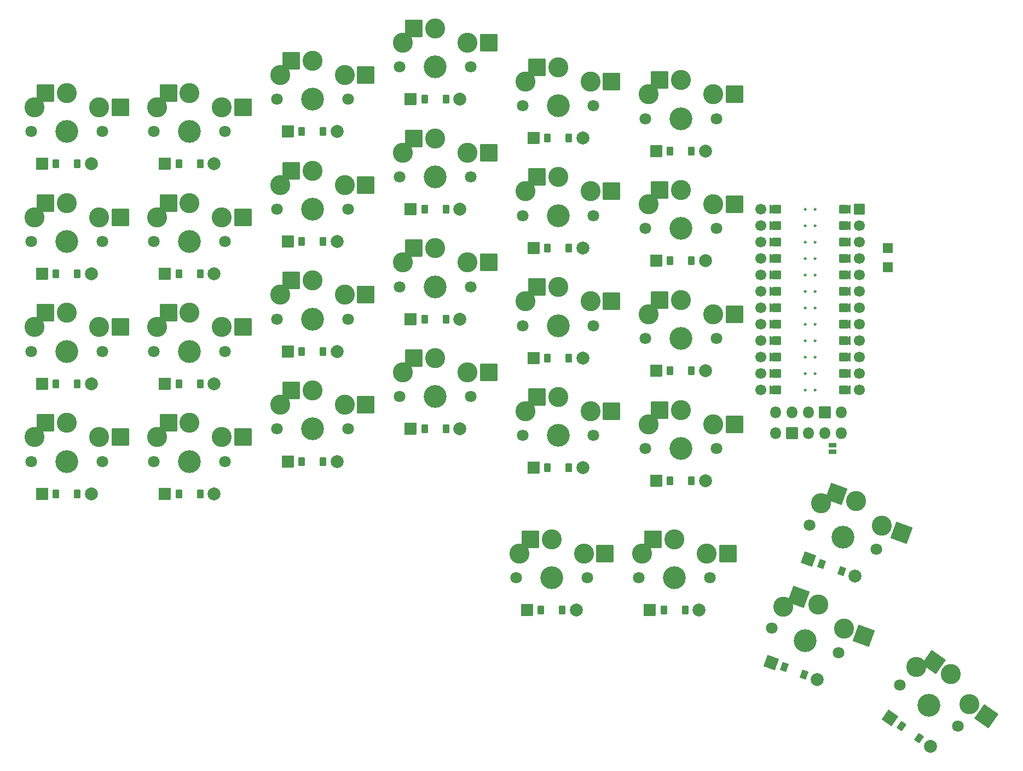
<source format=gbr>
%TF.GenerationSoftware,KiCad,Pcbnew,(6.0.9-0)*%
%TF.CreationDate,2023-01-10T21:03:57-06:00*%
%TF.ProjectId,board,626f6172-642e-46b6-9963-61645f706362,v1.0.0*%
%TF.SameCoordinates,Original*%
%TF.FileFunction,Soldermask,Bot*%
%TF.FilePolarity,Negative*%
%FSLAX46Y46*%
G04 Gerber Fmt 4.6, Leading zero omitted, Abs format (unit mm)*
G04 Created by KiCad (PCBNEW (6.0.9-0)) date 2023-01-10 21:03:57*
%MOMM*%
%LPD*%
G01*
G04 APERTURE LIST*
G04 Aperture macros list*
%AMRoundRect*
0 Rectangle with rounded corners*
0 $1 Rounding radius*
0 $2 $3 $4 $5 $6 $7 $8 $9 X,Y pos of 4 corners*
0 Add a 4 corners polygon primitive as box body*
4,1,4,$2,$3,$4,$5,$6,$7,$8,$9,$2,$3,0*
0 Add four circle primitives for the rounded corners*
1,1,$1+$1,$2,$3*
1,1,$1+$1,$4,$5*
1,1,$1+$1,$6,$7*
1,1,$1+$1,$8,$9*
0 Add four rect primitives between the rounded corners*
20,1,$1+$1,$2,$3,$4,$5,0*
20,1,$1+$1,$4,$5,$6,$7,0*
20,1,$1+$1,$6,$7,$8,$9,0*
20,1,$1+$1,$8,$9,$2,$3,0*%
%AMFreePoly0*
4,1,16,0.635355,1.035355,0.650000,1.000000,0.650000,-0.250000,0.635355,-0.285355,0.600000,-0.300000,-0.600000,-0.300000,-0.635355,-0.285355,-0.650000,-0.250000,-0.650000,1.000000,-0.635355,1.035355,-0.600000,1.050000,-0.564645,1.035355,0.000000,0.470710,0.564645,1.035355,0.600000,1.050000,0.635355,1.035355,0.635355,1.035355,$1*%
%AMFreePoly1*
4,1,14,0.635355,0.435355,0.650000,0.400000,0.650000,0.200000,0.635355,0.164645,0.035355,-0.435355,0.000000,-0.450000,-0.035355,-0.435355,-0.635355,0.164645,-0.650000,0.200000,-0.650000,0.400000,-0.635355,0.435355,-0.600000,0.450000,0.600000,0.450000,0.635355,0.435355,0.635355,0.435355,$1*%
G04 Aperture macros list end*
%ADD10C,0.250000*%
%ADD11C,0.100000*%
%ADD12C,3.529000*%
%ADD13C,1.801800*%
%ADD14C,3.100000*%
%ADD15RoundRect,0.050000X-1.300000X-1.300000X1.300000X-1.300000X1.300000X1.300000X-1.300000X1.300000X0*%
%ADD16RoundRect,0.050000X-1.666227X-0.776974X0.776974X-1.666227X1.666227X0.776974X-0.776974X1.666227X0*%
%ADD17RoundRect,0.050000X-1.810547X-0.319248X0.319248X-1.810547X1.810547X0.319248X-0.319248X1.810547X0*%
%ADD18RoundRect,0.050000X-0.450000X-0.600000X0.450000X-0.600000X0.450000X0.600000X-0.450000X0.600000X0*%
%ADD19RoundRect,0.050000X-0.889000X-0.889000X0.889000X-0.889000X0.889000X0.889000X-0.889000X0.889000X0*%
%ADD20C,2.005000*%
%ADD21RoundRect,0.050000X-0.628074X-0.409907X0.217650X-0.717725X0.628074X0.409907X-0.217650X0.717725X0*%
%ADD22RoundRect,0.050000X-1.139443X-0.531331X0.531331X-1.139443X1.139443X0.531331X-0.531331X1.139443X0*%
%ADD23RoundRect,0.050000X-0.712764X-0.233382X0.024473X-0.749601X0.712764X0.233382X-0.024473X0.749601X0*%
%ADD24RoundRect,0.050000X-1.238136X-0.218317X0.218317X-1.238136X1.238136X0.218317X-0.218317X1.238136X0*%
%ADD25C,1.700000*%
%ADD26RoundRect,0.050000X-0.800000X0.800000X-0.800000X-0.800000X0.800000X-0.800000X0.800000X0.800000X0*%
%ADD27FreePoly0,90.000000*%
%ADD28FreePoly1,90.000000*%
%ADD29FreePoly1,270.000000*%
%ADD30FreePoly0,270.000000*%
%ADD31O,1.800000X1.800000*%
%ADD32RoundRect,0.050000X-0.850000X-0.850000X0.850000X-0.850000X0.850000X0.850000X-0.850000X0.850000X0*%
%ADD33RoundRect,0.050000X0.850000X0.850000X-0.850000X0.850000X-0.850000X-0.850000X0.850000X-0.850000X0*%
%ADD34RoundRect,0.050000X-0.750000X-0.750000X0.750000X-0.750000X0.750000X0.750000X-0.750000X0.750000X0*%
%ADD35RoundRect,0.050000X-0.571500X0.317500X-0.571500X-0.317500X0.571500X-0.317500X0.571500X0.317500X0*%
G04 APERTURE END LIST*
D10*
%TO.C,MCU1*%
X139128000Y-72020001D02*
G75*
G03*
X139128000Y-72020001I-125000J0D01*
G01*
X140652000Y-72020001D02*
G75*
G03*
X140652000Y-72020001I-125000J0D01*
G01*
X139128000Y-69480001D02*
G75*
G03*
X139128000Y-69480001I-125000J0D01*
G01*
X140652000Y-69480001D02*
G75*
G03*
X140652000Y-69480001I-125000J0D01*
G01*
X139128000Y-66940001D02*
G75*
G03*
X139128000Y-66940001I-125000J0D01*
G01*
X140652000Y-66940001D02*
G75*
G03*
X140652000Y-66940001I-125000J0D01*
G01*
X139128000Y-64400001D02*
G75*
G03*
X139128000Y-64400001I-125000J0D01*
G01*
X140652000Y-64400001D02*
G75*
G03*
X140652000Y-64400001I-125000J0D01*
G01*
X139128000Y-61860001D02*
G75*
G03*
X139128000Y-61860001I-125000J0D01*
G01*
X140652000Y-61860001D02*
G75*
G03*
X140652000Y-61860001I-125000J0D01*
G01*
X139128000Y-59320001D02*
G75*
G03*
X139128000Y-59320001I-125000J0D01*
G01*
X140652000Y-59320001D02*
G75*
G03*
X140652000Y-59320001I-125000J0D01*
G01*
X139128000Y-56780001D02*
G75*
G03*
X139128000Y-56780001I-125000J0D01*
G01*
X140652000Y-56780001D02*
G75*
G03*
X140652000Y-56780001I-125000J0D01*
G01*
X139128000Y-54240001D02*
G75*
G03*
X139128000Y-54240001I-125000J0D01*
G01*
X140652000Y-54240001D02*
G75*
G03*
X140652000Y-54240001I-125000J0D01*
G01*
X139128000Y-51700001D02*
G75*
G03*
X139128000Y-51700001I-125000J0D01*
G01*
X140652000Y-51700001D02*
G75*
G03*
X140652000Y-51700001I-125000J0D01*
G01*
X139128000Y-49160001D02*
G75*
G03*
X139128000Y-49160001I-125000J0D01*
G01*
X140652000Y-49160001D02*
G75*
G03*
X140652000Y-49160001I-125000J0D01*
G01*
X140652000Y-46620001D02*
G75*
G03*
X140652000Y-46620001I-125000J0D01*
G01*
X139128000Y-46620001D02*
G75*
G03*
X139128000Y-46620001I-125000J0D01*
G01*
X139128000Y-44080001D02*
G75*
G03*
X139128000Y-44080001I-125000J0D01*
G01*
X140652000Y-44080001D02*
G75*
G03*
X140652000Y-44080001I-125000J0D01*
G01*
G36*
X145861000Y-72528001D02*
G01*
X144845000Y-72528001D01*
X144845000Y-71512001D01*
X145861000Y-71512001D01*
X145861000Y-72528001D01*
G37*
D11*
X145861000Y-72528001D02*
X144845000Y-72528001D01*
X144845000Y-71512001D01*
X145861000Y-71512001D01*
X145861000Y-72528001D01*
G36*
X145861000Y-69988001D02*
G01*
X144845000Y-69988001D01*
X144845000Y-68972001D01*
X145861000Y-68972001D01*
X145861000Y-69988001D01*
G37*
X145861000Y-69988001D02*
X144845000Y-69988001D01*
X144845000Y-68972001D01*
X145861000Y-68972001D01*
X145861000Y-69988001D01*
G36*
X145861000Y-67448001D02*
G01*
X144845000Y-67448001D01*
X144845000Y-66432001D01*
X145861000Y-66432001D01*
X145861000Y-67448001D01*
G37*
X145861000Y-67448001D02*
X144845000Y-67448001D01*
X144845000Y-66432001D01*
X145861000Y-66432001D01*
X145861000Y-67448001D01*
G36*
X145861000Y-64908001D02*
G01*
X144845000Y-64908001D01*
X144845000Y-63892001D01*
X145861000Y-63892001D01*
X145861000Y-64908001D01*
G37*
X145861000Y-64908001D02*
X144845000Y-64908001D01*
X144845000Y-63892001D01*
X145861000Y-63892001D01*
X145861000Y-64908001D01*
G36*
X145861000Y-62368001D02*
G01*
X144845000Y-62368001D01*
X144845000Y-61352001D01*
X145861000Y-61352001D01*
X145861000Y-62368001D01*
G37*
X145861000Y-62368001D02*
X144845000Y-62368001D01*
X144845000Y-61352001D01*
X145861000Y-61352001D01*
X145861000Y-62368001D01*
G36*
X145861000Y-59828001D02*
G01*
X144845000Y-59828001D01*
X144845000Y-58812001D01*
X145861000Y-58812001D01*
X145861000Y-59828001D01*
G37*
X145861000Y-59828001D02*
X144845000Y-59828001D01*
X144845000Y-58812001D01*
X145861000Y-58812001D01*
X145861000Y-59828001D01*
G36*
X145861000Y-57288001D02*
G01*
X144845000Y-57288001D01*
X144845000Y-56272001D01*
X145861000Y-56272001D01*
X145861000Y-57288001D01*
G37*
X145861000Y-57288001D02*
X144845000Y-57288001D01*
X144845000Y-56272001D01*
X145861000Y-56272001D01*
X145861000Y-57288001D01*
G36*
X145861000Y-54748001D02*
G01*
X144845000Y-54748001D01*
X144845000Y-53732001D01*
X145861000Y-53732001D01*
X145861000Y-54748001D01*
G37*
X145861000Y-54748001D02*
X144845000Y-54748001D01*
X144845000Y-53732001D01*
X145861000Y-53732001D01*
X145861000Y-54748001D01*
G36*
X145861000Y-52208001D02*
G01*
X144845000Y-52208001D01*
X144845000Y-51192001D01*
X145861000Y-51192001D01*
X145861000Y-52208001D01*
G37*
X145861000Y-52208001D02*
X144845000Y-52208001D01*
X144845000Y-51192001D01*
X145861000Y-51192001D01*
X145861000Y-52208001D01*
G36*
X145861000Y-49668001D02*
G01*
X144845000Y-49668001D01*
X144845000Y-48652001D01*
X145861000Y-48652001D01*
X145861000Y-49668001D01*
G37*
X145861000Y-49668001D02*
X144845000Y-49668001D01*
X144845000Y-48652001D01*
X145861000Y-48652001D01*
X145861000Y-49668001D01*
G36*
X145861000Y-47128001D02*
G01*
X144845000Y-47128001D01*
X144845000Y-46112001D01*
X145861000Y-46112001D01*
X145861000Y-47128001D01*
G37*
X145861000Y-47128001D02*
X144845000Y-47128001D01*
X144845000Y-46112001D01*
X145861000Y-46112001D01*
X145861000Y-47128001D01*
G36*
X145861000Y-44588001D02*
G01*
X144845000Y-44588001D01*
X144845000Y-43572001D01*
X145861000Y-43572001D01*
X145861000Y-44588001D01*
G37*
X145861000Y-44588001D02*
X144845000Y-44588001D01*
X144845000Y-43572001D01*
X145861000Y-43572001D01*
X145861000Y-44588001D01*
G36*
X134685000Y-72528001D02*
G01*
X133669000Y-72528001D01*
X133669000Y-71512001D01*
X134685000Y-71512001D01*
X134685000Y-72528001D01*
G37*
X134685000Y-72528001D02*
X133669000Y-72528001D01*
X133669000Y-71512001D01*
X134685000Y-71512001D01*
X134685000Y-72528001D01*
G36*
X134685000Y-69988001D02*
G01*
X133669000Y-69988001D01*
X133669000Y-68972001D01*
X134685000Y-68972001D01*
X134685000Y-69988001D01*
G37*
X134685000Y-69988001D02*
X133669000Y-69988001D01*
X133669000Y-68972001D01*
X134685000Y-68972001D01*
X134685000Y-69988001D01*
G36*
X134685000Y-67448001D02*
G01*
X133669000Y-67448001D01*
X133669000Y-66432001D01*
X134685000Y-66432001D01*
X134685000Y-67448001D01*
G37*
X134685000Y-67448001D02*
X133669000Y-67448001D01*
X133669000Y-66432001D01*
X134685000Y-66432001D01*
X134685000Y-67448001D01*
G36*
X134685000Y-64908001D02*
G01*
X133669000Y-64908001D01*
X133669000Y-63892001D01*
X134685000Y-63892001D01*
X134685000Y-64908001D01*
G37*
X134685000Y-64908001D02*
X133669000Y-64908001D01*
X133669000Y-63892001D01*
X134685000Y-63892001D01*
X134685000Y-64908001D01*
G36*
X134685000Y-62368001D02*
G01*
X133669000Y-62368001D01*
X133669000Y-61352001D01*
X134685000Y-61352001D01*
X134685000Y-62368001D01*
G37*
X134685000Y-62368001D02*
X133669000Y-62368001D01*
X133669000Y-61352001D01*
X134685000Y-61352001D01*
X134685000Y-62368001D01*
G36*
X134685000Y-59828001D02*
G01*
X133669000Y-59828001D01*
X133669000Y-58812001D01*
X134685000Y-58812001D01*
X134685000Y-59828001D01*
G37*
X134685000Y-59828001D02*
X133669000Y-59828001D01*
X133669000Y-58812001D01*
X134685000Y-58812001D01*
X134685000Y-59828001D01*
G36*
X134685000Y-57288001D02*
G01*
X133669000Y-57288001D01*
X133669000Y-56272001D01*
X134685000Y-56272001D01*
X134685000Y-57288001D01*
G37*
X134685000Y-57288001D02*
X133669000Y-57288001D01*
X133669000Y-56272001D01*
X134685000Y-56272001D01*
X134685000Y-57288001D01*
G36*
X134685000Y-54748001D02*
G01*
X133669000Y-54748001D01*
X133669000Y-53732001D01*
X134685000Y-53732001D01*
X134685000Y-54748001D01*
G37*
X134685000Y-54748001D02*
X133669000Y-54748001D01*
X133669000Y-53732001D01*
X134685000Y-53732001D01*
X134685000Y-54748001D01*
G36*
X134685000Y-52208001D02*
G01*
X133669000Y-52208001D01*
X133669000Y-51192001D01*
X134685000Y-51192001D01*
X134685000Y-52208001D01*
G37*
X134685000Y-52208001D02*
X133669000Y-52208001D01*
X133669000Y-51192001D01*
X134685000Y-51192001D01*
X134685000Y-52208001D01*
G36*
X134685000Y-49668001D02*
G01*
X133669000Y-49668001D01*
X133669000Y-48652001D01*
X134685000Y-48652001D01*
X134685000Y-49668001D01*
G37*
X134685000Y-49668001D02*
X133669000Y-49668001D01*
X133669000Y-48652001D01*
X134685000Y-48652001D01*
X134685000Y-49668001D01*
G36*
X134685000Y-47128001D02*
G01*
X133669000Y-47128001D01*
X133669000Y-46112001D01*
X134685000Y-46112001D01*
X134685000Y-47128001D01*
G37*
X134685000Y-47128001D02*
X133669000Y-47128001D01*
X133669000Y-46112001D01*
X134685000Y-46112001D01*
X134685000Y-47128001D01*
G36*
X134685000Y-44588001D02*
G01*
X133669000Y-44588001D01*
X133669000Y-43572001D01*
X134685000Y-43572001D01*
X134685000Y-44588001D01*
G37*
X134685000Y-44588001D02*
X133669000Y-44588001D01*
X133669000Y-43572001D01*
X134685000Y-43572001D01*
X134685000Y-44588001D01*
%TD*%
D12*
%TO.C,S1*%
X24765001Y-83050001D03*
D13*
X30265001Y-83050001D03*
X19265001Y-83050001D03*
D14*
X29765001Y-79300001D03*
X24765001Y-77100001D03*
D15*
X21490001Y-77100001D03*
X33040001Y-79300001D03*
D14*
X19765001Y-79300001D03*
X24765001Y-77100001D03*
%TD*%
D12*
%TO.C,S2*%
X24765001Y-66050001D03*
D13*
X30265001Y-66050001D03*
X19265001Y-66050001D03*
D14*
X29765001Y-62300001D03*
X24765001Y-60100001D03*
D15*
X21490001Y-60100001D03*
X33040001Y-62300001D03*
D14*
X19765001Y-62300001D03*
X24765001Y-60100001D03*
%TD*%
D12*
%TO.C,S3*%
X24765000Y-49050001D03*
D13*
X30265000Y-49050001D03*
X19265000Y-49050001D03*
D14*
X29765000Y-45300001D03*
X24765000Y-43100001D03*
D15*
X21490000Y-43100001D03*
X33040000Y-45300001D03*
D14*
X19765000Y-45300001D03*
X24765000Y-43100001D03*
%TD*%
D12*
%TO.C,S4*%
X24765000Y-32050001D03*
D13*
X30265000Y-32050001D03*
X19265000Y-32050001D03*
D14*
X29765000Y-28300001D03*
X24765000Y-26100001D03*
D15*
X21490000Y-26100001D03*
X33040000Y-28300001D03*
D14*
X19765000Y-28300001D03*
X24765000Y-26100001D03*
%TD*%
D12*
%TO.C,S5*%
X43765000Y-83050001D03*
D13*
X49265000Y-83050001D03*
X38265000Y-83050001D03*
D14*
X48765000Y-79300001D03*
X43765000Y-77100001D03*
D15*
X40490000Y-77100001D03*
X52040000Y-79300001D03*
D14*
X38765000Y-79300001D03*
X43765000Y-77100001D03*
%TD*%
D12*
%TO.C,S6*%
X43765001Y-66050001D03*
D13*
X49265001Y-66050001D03*
X38265001Y-66050001D03*
D14*
X48765001Y-62300001D03*
X43765001Y-60100001D03*
D15*
X40490001Y-60100001D03*
X52040001Y-62300001D03*
D14*
X38765001Y-62300001D03*
X43765001Y-60100001D03*
%TD*%
D12*
%TO.C,S7*%
X43765000Y-49050002D03*
D13*
X49265000Y-49050002D03*
X38265000Y-49050002D03*
D14*
X48765000Y-45300002D03*
X43765000Y-43100002D03*
D15*
X40490000Y-43100002D03*
X52040000Y-45300002D03*
D14*
X38765000Y-45300002D03*
X43765000Y-43100002D03*
%TD*%
D12*
%TO.C,S8*%
X43765000Y-32050002D03*
D13*
X49265000Y-32050002D03*
X38265000Y-32050002D03*
D14*
X48765000Y-28300002D03*
X43765000Y-26100002D03*
D15*
X40490000Y-26100002D03*
X52040000Y-28300002D03*
D14*
X38765000Y-28300002D03*
X43765000Y-26100002D03*
%TD*%
D12*
%TO.C,S9*%
X62765000Y-78050001D03*
D13*
X68265000Y-78050001D03*
X57265000Y-78050001D03*
D14*
X67765000Y-74300001D03*
X62765000Y-72100001D03*
D15*
X59490000Y-72100001D03*
X71040000Y-74300001D03*
D14*
X57765000Y-74300001D03*
X62765000Y-72100001D03*
%TD*%
D12*
%TO.C,S10*%
X62765000Y-61050000D03*
D13*
X68265000Y-61050000D03*
X57265000Y-61050000D03*
D14*
X67765000Y-57300000D03*
X62765000Y-55100000D03*
D15*
X59490000Y-55100000D03*
X71040000Y-57300000D03*
D14*
X57765000Y-57300000D03*
X62765000Y-55100000D03*
%TD*%
D12*
%TO.C,S11*%
X62765000Y-44050000D03*
D13*
X68265000Y-44050000D03*
X57265000Y-44050000D03*
D14*
X67765000Y-40300000D03*
X62765000Y-38100000D03*
D15*
X59490000Y-38100000D03*
X71040000Y-40300000D03*
D14*
X57765000Y-40300000D03*
X62765000Y-38100000D03*
%TD*%
D12*
%TO.C,S12*%
X62765000Y-27050001D03*
D13*
X68265000Y-27050001D03*
X57265000Y-27050001D03*
D14*
X67765000Y-23300001D03*
X62765000Y-21100001D03*
D15*
X59490000Y-21100001D03*
X71040000Y-23300001D03*
D14*
X57765000Y-23300001D03*
X62765000Y-21100001D03*
%TD*%
D12*
%TO.C,S13*%
X81765001Y-73050001D03*
D13*
X87265001Y-73050001D03*
X76265001Y-73050001D03*
D14*
X86765001Y-69300001D03*
X81765001Y-67100001D03*
D15*
X78490001Y-67100001D03*
X90040001Y-69300001D03*
D14*
X76765001Y-69300001D03*
X81765001Y-67100001D03*
%TD*%
D12*
%TO.C,S14*%
X81765000Y-56050001D03*
D13*
X87265000Y-56050001D03*
X76265000Y-56050001D03*
D14*
X86765000Y-52300001D03*
X81765000Y-50100001D03*
D15*
X78490000Y-50100001D03*
X90040000Y-52300001D03*
D14*
X76765000Y-52300001D03*
X81765000Y-50100001D03*
%TD*%
D12*
%TO.C,S15*%
X81765000Y-39050001D03*
D13*
X87265000Y-39050001D03*
X76265000Y-39050001D03*
D14*
X86765000Y-35300001D03*
X81765000Y-33100001D03*
D15*
X78490000Y-33100001D03*
X90040000Y-35300001D03*
D14*
X76765000Y-35300001D03*
X81765000Y-33100001D03*
%TD*%
D12*
%TO.C,S16*%
X81764999Y-22050001D03*
D13*
X87264999Y-22050001D03*
X76264999Y-22050001D03*
D14*
X86764999Y-18300001D03*
X81764999Y-16100001D03*
D15*
X78489999Y-16100001D03*
X90039999Y-18300001D03*
D14*
X76764999Y-18300001D03*
X81764999Y-16100001D03*
%TD*%
D12*
%TO.C,S17*%
X100765000Y-79050000D03*
D13*
X106265000Y-79050000D03*
X95265000Y-79050000D03*
D14*
X105765000Y-75300000D03*
X100765000Y-73100000D03*
D15*
X97490000Y-73100000D03*
X109040000Y-75300000D03*
D14*
X95765000Y-75300000D03*
X100765000Y-73100000D03*
%TD*%
D12*
%TO.C,S18*%
X100765001Y-62050000D03*
D13*
X106265001Y-62050000D03*
X95265001Y-62050000D03*
D14*
X105765001Y-58300000D03*
X100765001Y-56100000D03*
D15*
X97490001Y-56100000D03*
X109040001Y-58300000D03*
D14*
X95765001Y-58300000D03*
X100765001Y-56100000D03*
%TD*%
D12*
%TO.C,S19*%
X100765000Y-45050000D03*
D13*
X106265000Y-45050000D03*
X95265000Y-45050000D03*
D14*
X105765000Y-41300000D03*
X100765000Y-39100000D03*
D15*
X97490000Y-39100000D03*
X109040000Y-41300000D03*
D14*
X95765000Y-41300000D03*
X100765000Y-39100000D03*
%TD*%
D12*
%TO.C,S20*%
X100765000Y-28050001D03*
D13*
X106265000Y-28050001D03*
X95265000Y-28050001D03*
D14*
X105765000Y-24300001D03*
X100765000Y-22100001D03*
D15*
X97490000Y-22100001D03*
X109040000Y-24300001D03*
D14*
X95765000Y-24300001D03*
X100765000Y-22100001D03*
%TD*%
D12*
%TO.C,S21*%
X119765001Y-81050001D03*
D13*
X125265001Y-81050001D03*
X114265001Y-81050001D03*
D14*
X124765001Y-77300001D03*
X119765001Y-75100001D03*
D15*
X116490001Y-75100001D03*
X128040001Y-77300001D03*
D14*
X114765001Y-77300001D03*
X119765001Y-75100001D03*
%TD*%
D12*
%TO.C,S22*%
X119765000Y-64050002D03*
D13*
X125265000Y-64050002D03*
X114265000Y-64050002D03*
D14*
X124765000Y-60300002D03*
X119765000Y-58100002D03*
D15*
X116490000Y-58100002D03*
X128040000Y-60300002D03*
D14*
X114765000Y-60300002D03*
X119765000Y-58100002D03*
%TD*%
D12*
%TO.C,S23*%
X119764999Y-47050001D03*
D13*
X125264999Y-47050001D03*
X114264999Y-47050001D03*
D14*
X124764999Y-43300001D03*
X119764999Y-41100001D03*
D15*
X116489999Y-41100001D03*
X128039999Y-43300001D03*
D14*
X114764999Y-43300001D03*
X119764999Y-41100001D03*
%TD*%
D12*
%TO.C,S24*%
X119765001Y-30050000D03*
D13*
X125265001Y-30050000D03*
X114265001Y-30050000D03*
D14*
X124765001Y-26300000D03*
X119765001Y-24100000D03*
D15*
X116490001Y-24100000D03*
X128040001Y-26300000D03*
D14*
X114765001Y-26300000D03*
X119765001Y-24100000D03*
%TD*%
D12*
%TO.C,S25*%
X99765000Y-101050001D03*
D13*
X105265000Y-101050001D03*
X94265000Y-101050001D03*
D14*
X104765000Y-97300001D03*
X99765000Y-95100001D03*
D15*
X96490000Y-95100001D03*
X108040000Y-97300001D03*
D14*
X94765000Y-97300001D03*
X99765000Y-95100001D03*
%TD*%
D12*
%TO.C,S26*%
X118765000Y-101050001D03*
D13*
X124265000Y-101050001D03*
X113265000Y-101050001D03*
D14*
X123765000Y-97300001D03*
X118765000Y-95100001D03*
D15*
X115490000Y-95100001D03*
X127040000Y-97300001D03*
D14*
X113765000Y-97300001D03*
X118765000Y-95100001D03*
%TD*%
D12*
%TO.C,S27*%
X139010434Y-110747180D03*
D13*
X144178743Y-112628291D03*
X133842125Y-108866069D03*
D14*
X144991473Y-108933433D03*
X141045454Y-105156009D03*
D16*
X137967961Y-104035893D03*
X148068966Y-110053549D03*
D14*
X135594546Y-105513232D03*
X141045454Y-105156009D03*
%TD*%
D12*
%TO.C,S28*%
X144824776Y-94772405D03*
D13*
X149993085Y-96653516D03*
X139656467Y-92891294D03*
D14*
X150805815Y-92958658D03*
X146859796Y-89181234D03*
D16*
X143782303Y-88061118D03*
X153883308Y-94078774D03*
D14*
X141408888Y-89538457D03*
X146859796Y-89181234D03*
%TD*%
D12*
%TO.C,S29*%
X158116069Y-120803308D03*
D13*
X162621405Y-123957978D03*
X153610733Y-117648638D03*
D14*
X164362741Y-120599370D03*
X161528849Y-115929353D03*
D17*
X158846126Y-114050891D03*
X167045464Y-122477833D03*
D14*
X156171220Y-114863606D03*
X161528849Y-115929353D03*
%TD*%
D18*
%TO.C,D1*%
X26415000Y-88050001D03*
X23115000Y-88050001D03*
D19*
X20955000Y-88050001D03*
D20*
X28575000Y-88050001D03*
%TD*%
D18*
%TO.C,D2*%
X26415001Y-71050000D03*
X23115001Y-71050000D03*
D19*
X20955001Y-71050000D03*
D20*
X28575001Y-71050000D03*
%TD*%
D18*
%TO.C,D3*%
X26414999Y-54050001D03*
X23114999Y-54050001D03*
D19*
X20954999Y-54050001D03*
D20*
X28574999Y-54050001D03*
%TD*%
D18*
%TO.C,D4*%
X26415000Y-37050001D03*
X23115000Y-37050001D03*
D19*
X20955000Y-37050001D03*
D20*
X28575000Y-37050001D03*
%TD*%
D18*
%TO.C,D5*%
X45415001Y-88050001D03*
X42115001Y-88050001D03*
D19*
X39955001Y-88050001D03*
D20*
X47575001Y-88050001D03*
%TD*%
D18*
%TO.C,D6*%
X45415000Y-71050001D03*
X42115000Y-71050001D03*
D19*
X39955000Y-71050001D03*
D20*
X47575000Y-71050001D03*
%TD*%
D18*
%TO.C,D7*%
X45415000Y-54050000D03*
X42115000Y-54050000D03*
D19*
X39955000Y-54050000D03*
D20*
X47575000Y-54050000D03*
%TD*%
D18*
%TO.C,D8*%
X45415000Y-37050000D03*
X42115000Y-37050000D03*
D19*
X39955000Y-37050000D03*
D20*
X47575000Y-37050000D03*
%TD*%
D18*
%TO.C,D9*%
X64415000Y-83050002D03*
X61115000Y-83050002D03*
D19*
X58955000Y-83050002D03*
D20*
X66575000Y-83050002D03*
%TD*%
D18*
%TO.C,D10*%
X64415000Y-66050002D03*
X61115000Y-66050002D03*
D19*
X58955000Y-66050002D03*
D20*
X66575000Y-66050002D03*
%TD*%
D18*
%TO.C,D11*%
X64415000Y-49050002D03*
X61115000Y-49050002D03*
D19*
X58955000Y-49050002D03*
D20*
X66575000Y-49050002D03*
%TD*%
D18*
%TO.C,D12*%
X64415000Y-32050000D03*
X61115000Y-32050000D03*
D19*
X58955000Y-32050000D03*
D20*
X66575000Y-32050000D03*
%TD*%
D18*
%TO.C,D13*%
X83415000Y-78050000D03*
X80115000Y-78050000D03*
D19*
X77955000Y-78050000D03*
D20*
X85575000Y-78050000D03*
%TD*%
D18*
%TO.C,D14*%
X83414999Y-61050001D03*
X80114999Y-61050001D03*
D19*
X77954999Y-61050001D03*
D20*
X85574999Y-61050001D03*
%TD*%
D18*
%TO.C,D15*%
X83415001Y-44050000D03*
X80115001Y-44050000D03*
D19*
X77955001Y-44050000D03*
D20*
X85575001Y-44050000D03*
%TD*%
D18*
%TO.C,D16*%
X83415001Y-27050000D03*
X80115001Y-27050000D03*
D19*
X77955001Y-27050000D03*
D20*
X85575001Y-27050000D03*
%TD*%
D18*
%TO.C,D17*%
X102415000Y-84050000D03*
X99115000Y-84050000D03*
D19*
X96955000Y-84050000D03*
D20*
X104575000Y-84050000D03*
%TD*%
D18*
%TO.C,D18*%
X102415001Y-67050001D03*
X99115001Y-67050001D03*
D19*
X96955001Y-67050001D03*
D20*
X104575001Y-67050001D03*
%TD*%
D18*
%TO.C,D19*%
X102414999Y-50050001D03*
X99114999Y-50050001D03*
D19*
X96954999Y-50050001D03*
D20*
X104574999Y-50050001D03*
%TD*%
D18*
%TO.C,D20*%
X102415000Y-33050001D03*
X99115000Y-33050001D03*
D19*
X96955000Y-33050001D03*
D20*
X104575000Y-33050001D03*
%TD*%
D18*
%TO.C,D21*%
X121414999Y-86050002D03*
X118114999Y-86050002D03*
D19*
X115954999Y-86050002D03*
D20*
X123574999Y-86050002D03*
%TD*%
D18*
%TO.C,D22*%
X121415000Y-69050001D03*
X118115000Y-69050001D03*
D19*
X115955000Y-69050001D03*
D20*
X123575000Y-69050001D03*
%TD*%
D18*
%TO.C,D23*%
X121415000Y-52050000D03*
X118115000Y-52050000D03*
D19*
X115955000Y-52050000D03*
D20*
X123575000Y-52050000D03*
%TD*%
D18*
%TO.C,D24*%
X121415000Y-35050000D03*
X118115000Y-35050000D03*
D19*
X115955000Y-35050000D03*
D20*
X123575000Y-35050000D03*
%TD*%
D18*
%TO.C,D25*%
X101415000Y-106050000D03*
X98115000Y-106050000D03*
D19*
X95955000Y-106050000D03*
D20*
X103575000Y-106050000D03*
%TD*%
D18*
%TO.C,D26*%
X120415001Y-106050000D03*
X117115001Y-106050000D03*
D19*
X114955001Y-106050000D03*
D20*
X122575001Y-106050000D03*
%TD*%
D21*
%TO.C,D27*%
X138850826Y-116009977D03*
X135749840Y-114881311D03*
D22*
X133720104Y-114142547D03*
D20*
X140880562Y-116748741D03*
%TD*%
D21*
%TO.C,D28*%
X144665169Y-100035202D03*
X141564183Y-98906536D03*
D22*
X139534447Y-98167772D03*
D20*
X146694905Y-100773966D03*
%TD*%
D23*
%TO.C,D29*%
X156599788Y-125845469D03*
X153896586Y-123952667D03*
D24*
X152127218Y-122713742D03*
D20*
X158369156Y-127084394D03*
%TD*%
D25*
%TO.C,MCU1*%
X132145000Y-44080001D03*
X132145000Y-46620001D03*
X132145000Y-49160001D03*
X132145000Y-51700001D03*
X132145000Y-54240001D03*
X132145000Y-56780001D03*
X132145000Y-59320001D03*
X132145000Y-61860001D03*
X132145000Y-64400001D03*
X132145000Y-66940001D03*
X132145000Y-69480001D03*
X132145000Y-72020001D03*
X147385000Y-72020001D03*
X147385000Y-69480001D03*
X147385000Y-66940001D03*
X147385000Y-64400001D03*
X147385000Y-61860001D03*
X147385000Y-59320001D03*
X147385000Y-56780001D03*
X147385000Y-54240001D03*
X147385000Y-51700001D03*
X147385000Y-49160001D03*
X147385000Y-46620001D03*
X147385000Y-44080001D03*
D26*
X147385000Y-44080001D03*
D27*
X134939000Y-44080001D03*
D28*
X133923000Y-44080001D03*
X133923000Y-46620001D03*
D27*
X134939000Y-46620001D03*
D28*
X133923000Y-49160001D03*
D27*
X134939000Y-49160001D03*
D28*
X133923000Y-51700001D03*
D27*
X134939000Y-51700001D03*
D28*
X133923000Y-54240001D03*
D27*
X134939000Y-54240001D03*
D28*
X133923000Y-56780001D03*
D27*
X134939000Y-56780001D03*
D28*
X133923000Y-59320001D03*
D27*
X134939000Y-59320001D03*
D28*
X133923000Y-61860001D03*
D27*
X134939000Y-61860001D03*
D28*
X133923000Y-64400001D03*
D27*
X134939000Y-64400001D03*
D28*
X133923000Y-66940001D03*
D27*
X134939000Y-66940001D03*
D28*
X133923000Y-69480001D03*
D27*
X134939000Y-69480001D03*
D28*
X133923000Y-72020001D03*
D27*
X134939000Y-72020001D03*
D29*
X145607000Y-44080001D03*
D30*
X144591000Y-44080001D03*
X144591000Y-46620001D03*
D29*
X145607000Y-46620001D03*
D30*
X144591000Y-49160001D03*
D29*
X145607000Y-49160001D03*
D30*
X144591000Y-51700001D03*
D29*
X145607000Y-51700001D03*
D30*
X144591000Y-54240001D03*
D29*
X145607000Y-54240001D03*
D30*
X144591000Y-56780001D03*
D29*
X145607000Y-56780001D03*
D30*
X144591000Y-59320001D03*
D29*
X145607000Y-59320001D03*
D30*
X144591000Y-61860001D03*
D29*
X145607000Y-61860001D03*
D30*
X144591000Y-64400001D03*
D29*
X145607000Y-64400001D03*
D30*
X144591000Y-66940001D03*
D29*
X145607000Y-66940001D03*
D30*
X144591000Y-69480001D03*
D29*
X145607000Y-69480001D03*
D30*
X144591000Y-72020001D03*
D29*
X145607000Y-72020001D03*
%TD*%
D31*
%TO.C,OLED1*%
X134445000Y-75450001D03*
X136985000Y-75450001D03*
X139525000Y-75450001D03*
D32*
X142065000Y-75450001D03*
D31*
X144605000Y-75450001D03*
%TD*%
%TO.C,OLED2*%
X144585000Y-78650000D03*
X142045000Y-78650000D03*
X139505000Y-78650000D03*
D33*
X136965000Y-78650000D03*
D31*
X134425000Y-78650000D03*
%TD*%
D34*
%TO.C,PAD1*%
X151765000Y-53050002D03*
%TD*%
%TO.C,PAD2*%
X151765000Y-50050001D03*
%TD*%
D35*
%TO.C,J1*%
X143265000Y-80549621D03*
X143265000Y-81550381D03*
%TD*%
M02*

</source>
